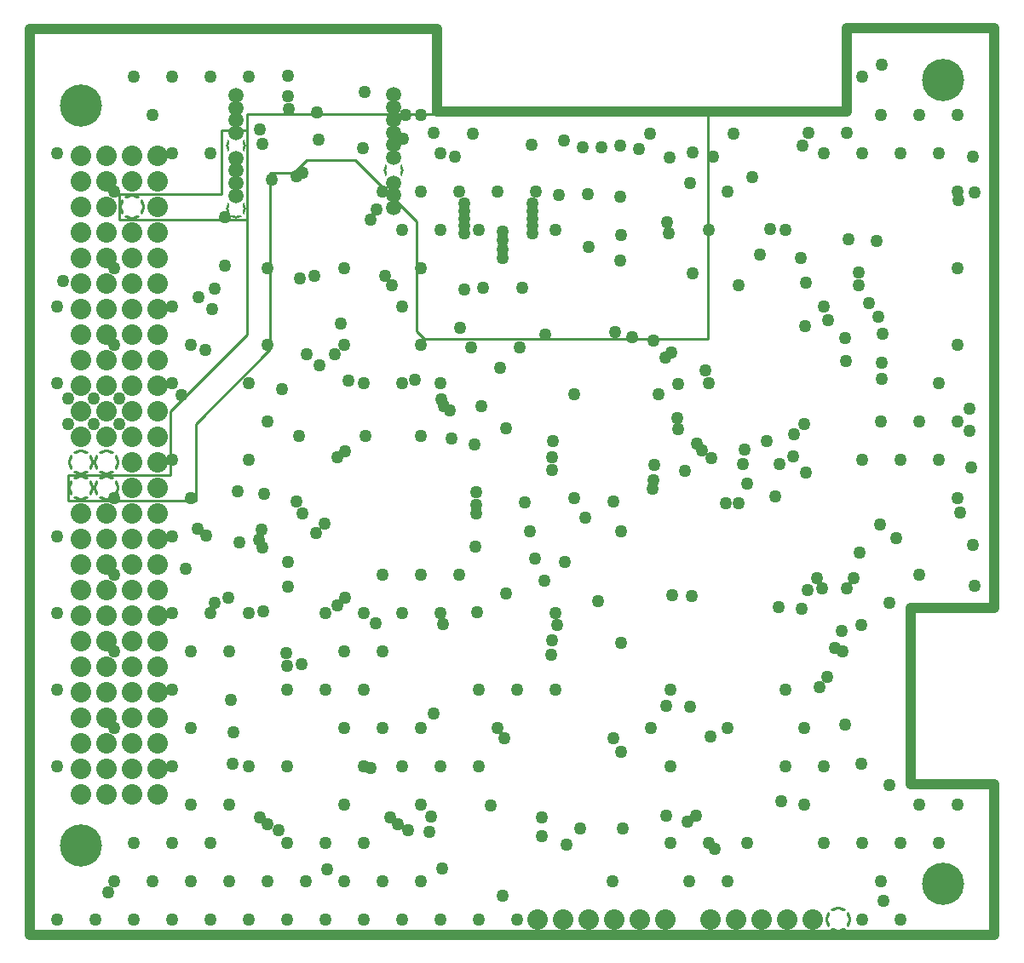
<source format=gbr>
%TF.GenerationSoftware,Altium Limited,Altium Designer,21.6.4 (81)*%
G04 Layer_Physical_Order=2*
G04 Layer_Color=32768*
%FSLAX26Y26*%
%MOIN*%
%TF.SameCoordinates,8BEB2CB1-843D-409B-AEA6-C59BAE6679C3*%
%TF.FilePolarity,Negative*%
%TF.FileFunction,Copper,L2,Inr,Plane*%
%TF.Part,Single*%
G01*
G75*
%TA.AperFunction,NonConductor*%
%ADD43C,0.010000*%
%ADD44C,0.040000*%
%TA.AperFunction,ComponentPad*%
%ADD45C,0.059685*%
G04:AMPARAMS|DCode=46|XSize=79.685mil|YSize=79.685mil|CornerRadius=0mil|HoleSize=0mil|Usage=FLASHONLY|Rotation=0.000|XOffset=0mil|YOffset=0mil|HoleType=Round|Shape=Relief|Width=10mil|Gap=10mil|Entries=4|*
%AMTHD46*
7,0,0,0.079685,0.059685,0.010000,45*
%
%ADD46THD46*%
%ADD47C,0.080157*%
G04:AMPARAMS|DCode=48|XSize=100.157mil|YSize=100.157mil|CornerRadius=0mil|HoleSize=0mil|Usage=FLASHONLY|Rotation=0.000|XOffset=0mil|YOffset=0mil|HoleType=Round|Shape=Relief|Width=10mil|Gap=10mil|Entries=4|*
%AMTHD48*
7,0,0,0.100157,0.080157,0.010000,45*
%
%ADD48THD48*%
%ADD49C,0.165197*%
%TA.AperFunction,ViaPad*%
%ADD50C,0.049843*%
D43*
X942500Y2985000D02*
X1035000D01*
X650000Y2000000D02*
X942500Y2292500D01*
X650000Y1700000D02*
Y2000000D01*
X850000Y2350000D02*
Y2800000D01*
X550000Y2050000D02*
X850000Y2350000D01*
X550000Y2025000D02*
Y2050000D01*
X942500Y2292500D02*
Y2985000D01*
X150000Y1800000D02*
X550000D01*
Y2025000D01*
X150000Y1700000D02*
X650000D01*
X150000D02*
Y1800000D01*
X2655000Y2335000D02*
Y3210000D01*
X1545000Y2335000D02*
X2655000D01*
X1515000Y2365000D02*
X1545000Y2335000D01*
X1515000Y2365000D02*
Y2795000D01*
X1275000Y3035000D02*
X1515000Y2795000D01*
X1085000Y3035000D02*
X1275000D01*
X1035000Y2985000D02*
X1085000Y3035000D01*
X1350000Y3215000D02*
X1590000D01*
X850000D02*
X1350000D01*
X850000Y3150000D02*
Y3215000D01*
X350000Y2900000D02*
X750000D01*
Y3150000D01*
X850000D01*
Y2800000D02*
Y3150000D01*
X350000Y2800000D02*
X850000D01*
X350000D02*
Y2900000D01*
D44*
X1594488Y3223425D02*
X3198819D01*
X1594488D02*
Y3547244D01*
X0D02*
X1594488D01*
X0Y0D02*
X3775591D01*
Y590551D01*
X3449430D02*
X3775591D01*
X3449430D02*
Y1281212D01*
X3775590D01*
X3775591Y3550000D01*
X3198819Y3550000D02*
X3775591Y3550000D01*
X3198819Y3223425D02*
Y3550000D01*
X0Y0D02*
Y3547244D01*
D45*
X807087Y3287402D02*
D03*
Y3238189D02*
D03*
Y3188976D02*
D03*
Y3139764D02*
D03*
Y3041339D02*
D03*
Y2992126D02*
D03*
Y2942913D02*
D03*
Y2893701D02*
D03*
X1425197Y3289370D02*
D03*
Y3240157D02*
D03*
Y3190945D02*
D03*
Y3141732D02*
D03*
Y3092520D02*
D03*
Y3043307D02*
D03*
Y2944882D02*
D03*
Y2895669D02*
D03*
Y2846457D02*
D03*
D46*
X807087Y3090551D02*
D03*
Y2844488D02*
D03*
X1425197Y2994095D02*
D03*
D47*
X2665354Y59055D02*
D03*
X2765354D02*
D03*
X2865354D02*
D03*
X2965354D02*
D03*
X3065354D02*
D03*
X1988189D02*
D03*
X2088189D02*
D03*
X2188189D02*
D03*
X2288189D02*
D03*
X2388189D02*
D03*
X2488189D02*
D03*
X400000Y2550000D02*
D03*
Y2450000D02*
D03*
Y2250000D02*
D03*
Y2350000D02*
D03*
Y2050000D02*
D03*
Y1950000D02*
D03*
Y1850000D02*
D03*
Y1650000D02*
D03*
Y1750000D02*
D03*
Y1450000D02*
D03*
Y1250000D02*
D03*
Y1550000D02*
D03*
Y1350000D02*
D03*
Y2150000D02*
D03*
Y2650000D02*
D03*
X500000Y1050000D02*
D03*
Y1350000D02*
D03*
Y1250000D02*
D03*
Y1150000D02*
D03*
Y1450000D02*
D03*
Y1650000D02*
D03*
Y550000D02*
D03*
Y650000D02*
D03*
Y850000D02*
D03*
Y950000D02*
D03*
Y750000D02*
D03*
Y1550000D02*
D03*
X400000Y3050000D02*
D03*
Y2750000D02*
D03*
Y2950000D02*
D03*
X500000Y2850000D02*
D03*
Y2950000D02*
D03*
Y3050000D02*
D03*
Y2750000D02*
D03*
Y2550000D02*
D03*
Y2450000D02*
D03*
Y2350000D02*
D03*
Y2250000D02*
D03*
Y2150000D02*
D03*
Y2050000D02*
D03*
Y1850000D02*
D03*
Y1750000D02*
D03*
Y2650000D02*
D03*
Y1950000D02*
D03*
X400000Y950000D02*
D03*
Y1050000D02*
D03*
Y750000D02*
D03*
Y1150000D02*
D03*
Y550000D02*
D03*
Y850000D02*
D03*
Y650000D02*
D03*
X200000Y2550000D02*
D03*
Y2450000D02*
D03*
Y2250000D02*
D03*
Y2350000D02*
D03*
Y2050000D02*
D03*
Y1950000D02*
D03*
Y1650000D02*
D03*
Y1450000D02*
D03*
Y1250000D02*
D03*
Y1550000D02*
D03*
Y1350000D02*
D03*
Y2150000D02*
D03*
Y2650000D02*
D03*
X300000Y1050000D02*
D03*
Y1350000D02*
D03*
Y1250000D02*
D03*
Y1150000D02*
D03*
Y1450000D02*
D03*
Y1650000D02*
D03*
Y550000D02*
D03*
Y650000D02*
D03*
Y850000D02*
D03*
Y950000D02*
D03*
Y750000D02*
D03*
Y1550000D02*
D03*
X200000Y3050000D02*
D03*
Y2750000D02*
D03*
Y2950000D02*
D03*
X300000Y2850000D02*
D03*
Y2950000D02*
D03*
X200000Y2850000D02*
D03*
X300000Y3050000D02*
D03*
Y2750000D02*
D03*
Y2550000D02*
D03*
Y2450000D02*
D03*
Y2350000D02*
D03*
Y2250000D02*
D03*
Y2150000D02*
D03*
Y2050000D02*
D03*
Y2650000D02*
D03*
Y1950000D02*
D03*
X200000Y950000D02*
D03*
Y1050000D02*
D03*
Y750000D02*
D03*
Y1150000D02*
D03*
Y550000D02*
D03*
Y850000D02*
D03*
Y650000D02*
D03*
D48*
X3165354Y59055D02*
D03*
X400000Y2850000D02*
D03*
X200000Y1850000D02*
D03*
Y1750000D02*
D03*
X300000Y1850000D02*
D03*
Y1750000D02*
D03*
D49*
X3575591Y3347244D02*
D03*
Y200000D02*
D03*
X200000Y350000D02*
D03*
Y3247244D02*
D03*
D50*
X3632874Y3208662D02*
D03*
X3557874Y3058662D02*
D03*
X3632874Y2908662D02*
D03*
Y2608662D02*
D03*
Y2308662D02*
D03*
X3557874Y2158662D02*
D03*
X3632874Y2008661D02*
D03*
X3557874Y1858661D02*
D03*
X3632874Y1708661D02*
D03*
Y508661D02*
D03*
X3557874Y358661D02*
D03*
X3482874Y3208662D02*
D03*
X3407874Y3058662D02*
D03*
X3482874Y2008661D02*
D03*
X3407874Y1858661D02*
D03*
X3482874Y1408661D02*
D03*
Y508661D02*
D03*
X3407874Y358661D02*
D03*
Y58661D02*
D03*
X3257874Y3358662D02*
D03*
X3332874Y3208662D02*
D03*
X3257874Y3058662D02*
D03*
X3332874Y2008661D02*
D03*
X3257874Y1858661D02*
D03*
Y358661D02*
D03*
X3332874Y208661D02*
D03*
X3257874Y58661D02*
D03*
X3107874Y3058662D02*
D03*
Y2458662D02*
D03*
X3182874Y1108661D02*
D03*
X3107874Y658662D02*
D03*
Y358661D02*
D03*
X2957874Y2758662D02*
D03*
Y958662D02*
D03*
X3032874Y808662D02*
D03*
X2957874Y658662D02*
D03*
X3032874Y508661D02*
D03*
X2807874Y358661D02*
D03*
X2732874Y2908662D02*
D03*
X2657874Y2758662D02*
D03*
Y2158662D02*
D03*
X2732874Y808662D02*
D03*
X2657874Y358661D02*
D03*
X2732874Y208661D02*
D03*
X2507874Y958662D02*
D03*
Y658662D02*
D03*
Y358661D02*
D03*
X2582874Y208661D02*
D03*
X2432874Y808662D02*
D03*
X2282874Y208661D02*
D03*
X2057874Y2758662D02*
D03*
X2132874Y1708661D02*
D03*
X2057874Y1258661D02*
D03*
Y958662D02*
D03*
X1982874Y2908662D02*
D03*
X1907874Y958662D02*
D03*
Y58661D02*
D03*
X1832874Y2908662D02*
D03*
X1757874Y2758662D02*
D03*
Y958662D02*
D03*
X1832874Y808662D02*
D03*
X1757874Y658662D02*
D03*
Y58661D02*
D03*
X1607874Y3058662D02*
D03*
X1682874Y2908662D02*
D03*
X1607874Y2758662D02*
D03*
Y2158662D02*
D03*
X1682874Y1408661D02*
D03*
X1607874Y1258661D02*
D03*
Y658662D02*
D03*
Y58661D02*
D03*
X1532874Y3208662D02*
D03*
Y2908662D02*
D03*
X1457874Y2758662D02*
D03*
X1532874Y2608662D02*
D03*
X1457874Y2458662D02*
D03*
X1532874Y2308662D02*
D03*
X1457874Y2158662D02*
D03*
X1532874Y1408661D02*
D03*
X1457874Y1258661D02*
D03*
X1532874Y808662D02*
D03*
X1457874Y658662D02*
D03*
X1532874Y508661D02*
D03*
Y208661D02*
D03*
X1457874Y58661D02*
D03*
X1382874Y2908662D02*
D03*
X1307874Y2158662D02*
D03*
X1382874Y1408661D02*
D03*
X1307874Y1258661D02*
D03*
X1382874Y1108661D02*
D03*
X1307874Y958662D02*
D03*
X1382874Y808662D02*
D03*
X1307874Y658662D02*
D03*
Y358661D02*
D03*
X1382874Y208661D02*
D03*
X1307874Y58661D02*
D03*
X1232874Y2608662D02*
D03*
Y2308662D02*
D03*
X1157874Y1258661D02*
D03*
X1232874Y1108661D02*
D03*
X1157874Y958662D02*
D03*
X1232874Y808662D02*
D03*
Y508661D02*
D03*
X1157874Y358661D02*
D03*
X1232874Y208661D02*
D03*
X1157874Y58661D02*
D03*
X1007874Y958662D02*
D03*
Y658662D02*
D03*
Y358661D02*
D03*
X1082874Y208661D02*
D03*
X1007874Y58661D02*
D03*
X857874Y3358662D02*
D03*
X932874Y2608662D02*
D03*
Y2308662D02*
D03*
X857874Y2158662D02*
D03*
X932874Y2008661D02*
D03*
X857874Y1858661D02*
D03*
Y1258661D02*
D03*
Y658662D02*
D03*
X932874Y208661D02*
D03*
X857874Y58661D02*
D03*
X707874Y3358662D02*
D03*
Y3058662D02*
D03*
Y1258661D02*
D03*
X782874Y1108661D02*
D03*
Y508661D02*
D03*
X707874Y358661D02*
D03*
X782874Y208661D02*
D03*
X707874Y58661D02*
D03*
X557874Y3358662D02*
D03*
Y3058662D02*
D03*
Y2458662D02*
D03*
X632874Y2308662D02*
D03*
X557874Y2158662D02*
D03*
Y1858661D02*
D03*
X632874Y1708661D02*
D03*
X557874Y1558661D02*
D03*
Y1258661D02*
D03*
X632874Y1108661D02*
D03*
X557874Y958662D02*
D03*
X632874Y808662D02*
D03*
X557874Y658662D02*
D03*
X632874Y508661D02*
D03*
X557874Y358661D02*
D03*
X632874Y208661D02*
D03*
X557874Y58661D02*
D03*
X407874Y3358662D02*
D03*
X482874Y3208662D02*
D03*
X407874Y358661D02*
D03*
X482874Y208661D02*
D03*
X407874Y58661D02*
D03*
X332874Y2908662D02*
D03*
Y2608662D02*
D03*
Y2308662D02*
D03*
Y1708661D02*
D03*
Y1408661D02*
D03*
Y1108661D02*
D03*
Y808662D02*
D03*
Y208661D02*
D03*
X257874Y58661D02*
D03*
X107874Y3058662D02*
D03*
Y2458662D02*
D03*
Y2158662D02*
D03*
Y1558661D02*
D03*
Y1258661D02*
D03*
Y958662D02*
D03*
Y658662D02*
D03*
Y58661D02*
D03*
X2859000Y2662000D02*
D03*
X2899000Y2765000D02*
D03*
X3019000Y2649000D02*
D03*
X3037000Y2552000D02*
D03*
X3034000Y2384000D02*
D03*
X3123000Y2407000D02*
D03*
X3196000Y2248000D02*
D03*
X3192000Y2336000D02*
D03*
X2774000Y2543000D02*
D03*
X2003000Y387000D02*
D03*
X2005000Y459000D02*
D03*
X2093000Y1461000D02*
D03*
X1218000Y2395000D02*
D03*
X1919434Y2298898D02*
D03*
X2291339Y2361157D02*
D03*
X3152000Y1124000D02*
D03*
X3176843Y1188976D02*
D03*
X2314961Y1145158D02*
D03*
X2043307Y1818898D02*
D03*
X2807087Y1766220D02*
D03*
X3365748Y586614D02*
D03*
X3249252Y1496063D02*
D03*
X689000Y2289000D02*
D03*
X723374Y2530130D02*
D03*
X763000Y2620000D02*
D03*
X777224Y1318702D02*
D03*
X822842Y1535433D02*
D03*
X814961Y1736220D02*
D03*
X1929000Y2532000D02*
D03*
X1773000Y2533000D02*
D03*
X1850000Y2650000D02*
D03*
Y2685000D02*
D03*
Y2720000D02*
D03*
Y2755000D02*
D03*
X3205000Y2725000D02*
D03*
X2489010Y2259010D02*
D03*
X2510000Y2280000D02*
D03*
X3020630Y1275591D02*
D03*
X3099843Y1358268D02*
D03*
X3045472Y1350394D02*
D03*
X3031496Y2000000D02*
D03*
X975000Y410158D02*
D03*
X900000Y460000D02*
D03*
X930000Y435000D02*
D03*
X1335000Y655000D02*
D03*
X1480000Y409632D02*
D03*
X1440000Y435000D02*
D03*
X1410000Y461024D02*
D03*
X1570000Y465000D02*
D03*
X1565000Y405000D02*
D03*
X2565315Y1816457D02*
D03*
X3039370Y1811024D02*
D03*
X2153543Y417323D02*
D03*
X2322835D02*
D03*
X1059055Y2570866D02*
D03*
X1083461Y2274333D02*
D03*
X1114173Y2578740D02*
D03*
X1310000Y3300000D02*
D03*
X1471237Y3209865D02*
D03*
X3244095Y2543307D02*
D03*
X3285000Y2475000D02*
D03*
X3320000Y2420000D02*
D03*
X2590157Y1326772D02*
D03*
X2585000Y895000D02*
D03*
X3120000Y1010000D02*
D03*
X3090000Y970000D02*
D03*
X1135000Y2230000D02*
D03*
X2444882Y1841299D02*
D03*
X1747621Y1685000D02*
D03*
X2437008Y1748032D02*
D03*
X2440945Y1779528D02*
D03*
X2930000Y1285000D02*
D03*
X1130000Y3115000D02*
D03*
X1015000Y3235000D02*
D03*
X1010000Y3285000D02*
D03*
X1069437Y2982273D02*
D03*
X948819Y2956693D02*
D03*
X910669Y3098425D02*
D03*
X1043018Y2968737D02*
D03*
X2610000Y1925000D02*
D03*
X912606Y1516475D02*
D03*
X3365748Y1299213D02*
D03*
X3255157Y1212598D02*
D03*
Y669291D02*
D03*
X150000Y2000000D02*
D03*
Y2100000D02*
D03*
X250000D02*
D03*
X350000D02*
D03*
Y2000000D02*
D03*
X250000D02*
D03*
X130000Y2560000D02*
D03*
X595000Y2115000D02*
D03*
X714842Y2449291D02*
D03*
X610000Y1435000D02*
D03*
X1939363Y1694495D02*
D03*
X2019279Y2348689D02*
D03*
X1728347Y2299685D02*
D03*
X1842520Y2219252D02*
D03*
X1685039Y2377953D02*
D03*
X1193070Y2274843D02*
D03*
X2062992Y1212598D02*
D03*
X2884606Y1933071D02*
D03*
X2826772Y2968504D02*
D03*
X2799213Y1898858D02*
D03*
X2988189Y1874016D02*
D03*
X2933071Y1842520D02*
D03*
X3224409Y1397638D02*
D03*
X3196850Y1358268D02*
D03*
X2992126Y1960630D02*
D03*
X2791339Y1842520D02*
D03*
X2645669Y2208661D02*
D03*
X3338583Y2354331D02*
D03*
X2440945Y2326772D02*
D03*
X3333922Y2177523D02*
D03*
X3334646Y2240157D02*
D03*
X3246213Y2592670D02*
D03*
X2039767Y1095495D02*
D03*
X2043307Y1153543D02*
D03*
X2047244Y1933071D02*
D03*
X1235828Y1894921D02*
D03*
X1204724Y1870079D02*
D03*
X1740158Y1919752D02*
D03*
X3314449Y2717067D02*
D03*
X661417Y2496063D02*
D03*
X2015748Y1385827D02*
D03*
X3082677Y1397638D02*
D03*
X3327992Y1606299D02*
D03*
X3389764Y1555118D02*
D03*
X1122047Y1574803D02*
D03*
X1153543Y1610236D02*
D03*
X1043307Y1696850D02*
D03*
X1068150Y1649606D02*
D03*
X1744094Y1519685D02*
D03*
X1011811Y1460630D02*
D03*
X1956693Y1581457D02*
D03*
X1748032Y1732284D02*
D03*
X1976378Y1472441D02*
D03*
X1582677Y866142D02*
D03*
X1614173Y259842D02*
D03*
X2224409Y1307087D02*
D03*
X1866142Y1337362D02*
D03*
X1751968Y1263780D02*
D03*
X1011811Y1362205D02*
D03*
X795276Y669291D02*
D03*
X1062992Y1059055D02*
D03*
X797550Y795129D02*
D03*
X1007874Y1055118D02*
D03*
X787402Y921260D02*
D03*
X1003937Y1102362D02*
D03*
X2358268Y2338583D02*
D03*
X2539370Y1980315D02*
D03*
X2535209Y2024994D02*
D03*
X1767685Y2070897D02*
D03*
X1649606Y1944882D02*
D03*
X2539370Y2157480D02*
D03*
X1866142Y1984252D02*
D03*
X1643790Y2052323D02*
D03*
X1619900Y2069942D02*
D03*
X1610236Y2098425D02*
D03*
X1700787Y2527559D02*
D03*
X1389764Y2578740D02*
D03*
X1417323Y2543307D02*
D03*
X692913Y1562992D02*
D03*
X896332Y1548550D02*
D03*
X659440Y1589944D02*
D03*
X909449Y1586614D02*
D03*
X913386Y1266496D02*
D03*
X724409Y1299213D02*
D03*
X1204724Y1291339D02*
D03*
X1236220Y1318898D02*
D03*
X763779Y2811024D02*
D03*
X1358268Y2838583D02*
D03*
X1334646Y2799213D02*
D03*
X901575Y3153543D02*
D03*
X2630832Y1897947D02*
D03*
X2775591Y1688976D02*
D03*
X2314961Y1578740D02*
D03*
X2173228Y1633858D02*
D03*
X2724409Y1688976D02*
D03*
X1507874Y2173228D02*
D03*
X1531496Y1952756D02*
D03*
X1314961D02*
D03*
X1055118D02*
D03*
X988189Y2137795D02*
D03*
X917323Y1728347D02*
D03*
X1354331Y1220472D02*
D03*
X1618110Y1216535D02*
D03*
X1748032Y1649606D02*
D03*
X2461424Y2117392D02*
D03*
X2129921Y2118110D02*
D03*
X2043307Y1870079D02*
D03*
X1803150Y507874D02*
D03*
X2492126Y468504D02*
D03*
X2665354Y777511D02*
D03*
X2102362Y354331D02*
D03*
X2917323Y1716535D02*
D03*
X1858268Y771654D02*
D03*
X2283465D02*
D03*
Y1696850D02*
D03*
X2669291Y1866142D02*
D03*
X2513895Y1328625D02*
D03*
X2492126Y897638D02*
D03*
X2574803Y443661D02*
D03*
X2606299Y468504D02*
D03*
X3192913Y822835D02*
D03*
X1248032Y2169291D02*
D03*
X2586000Y2943000D02*
D03*
X2188976Y2692913D02*
D03*
X2311024Y2641732D02*
D03*
X2496063Y2791339D02*
D03*
X2314961Y2740157D02*
D03*
X2594488Y2590551D02*
D03*
X2384843Y3076811D02*
D03*
X2238000Y3082000D02*
D03*
X2090000Y3110000D02*
D03*
X2070866Y2897638D02*
D03*
X2311000Y2891000D02*
D03*
X2185039Y2901575D02*
D03*
X1460630Y3118110D02*
D03*
X1303150Y3078740D02*
D03*
X1125984Y3220472D02*
D03*
X307087Y165354D02*
D03*
X3342520Y133858D02*
D03*
X2682616Y337980D02*
D03*
X2940945Y523622D02*
D03*
X1582677Y3141732D02*
D03*
X1665354Y3047244D02*
D03*
X1736220Y3137795D02*
D03*
X1964567Y3094488D02*
D03*
X2163000Y3085000D02*
D03*
X2311024Y3090551D02*
D03*
X2429134Y3137795D02*
D03*
X2593000Y3062000D02*
D03*
X2503937Y3043307D02*
D03*
X2673228Y3047244D02*
D03*
X2755905Y3137795D02*
D03*
X3023622Y3090551D02*
D03*
X3047244Y3141732D02*
D03*
X3196850D02*
D03*
X3334646Y3405512D02*
D03*
X3696850Y2905512D02*
D03*
X3692913Y3047244D02*
D03*
X3633858Y2877953D02*
D03*
X3677165Y2059055D02*
D03*
X3641732Y1653543D02*
D03*
X3677165Y1972441D02*
D03*
X3685039Y1830709D02*
D03*
X3692913Y1527559D02*
D03*
X3696850Y1366142D02*
D03*
X2314961Y716535D02*
D03*
X1165354Y255905D02*
D03*
X1850394Y153543D02*
D03*
X2500000Y2746063D02*
D03*
X1700787Y2862205D02*
D03*
X1968504Y2746063D02*
D03*
Y2775591D02*
D03*
Y2805118D02*
D03*
Y2834646D02*
D03*
X1702756Y2746063D02*
D03*
Y2775591D02*
D03*
Y2805118D02*
D03*
Y2834646D02*
D03*
X1968504Y2862205D02*
D03*
X1011811Y3362205D02*
D03*
%TF.MD5,a5503b758b8398b9759eb80420de972d*%
M02*

</source>
